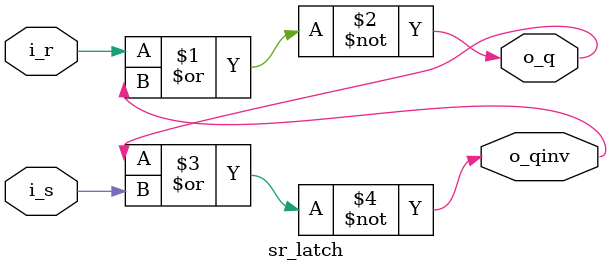
<source format=sv>
module sr_latch( input logic i_r,
                 input logic i_s,
                 output logic o_q,
                 output logic o_qinv );

    assign o_q = ~( i_r | o_qinv ); //NOR-Gate for Q
    assign o_qinv = ~( o_q | i_s ); //NOR-Gate for Qinv  //crossover of the outputs after the nor 

endmodule

/*
 * SR-Latch can store on bit of information
 * has 2 Inputs: S (Set) and R (Reset) --> internal state
 * output Q shows if internal state is SET to true (1) or RESET to false (0)
 * negated output Q is often left out 
*/ 
</source>
